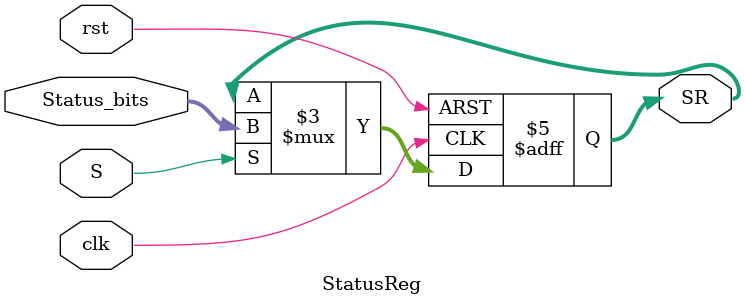
<source format=v>
module StatusReg(clk, rst, Status_bits, S, SR);
    input clk, rst, S;
    input [3:0] Status_bits;
    output reg [3:0] SR;

  always @(negedge clk, negedge rst) begin
    if (~rst) SR <= 4'b0;
    else if (S) SR <= Status_bits;
  end
endmodule
</source>
